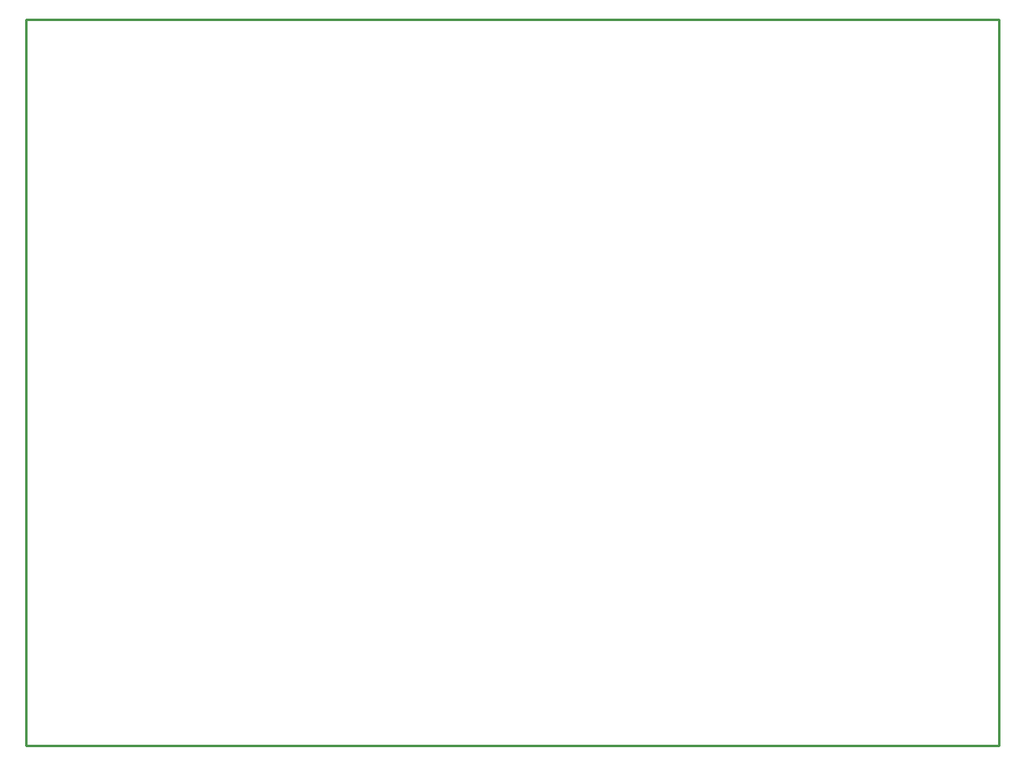
<source format=gbr>
G04 EAGLE Gerber RS-274X export*
G75*
%MOMM*%
%FSLAX34Y34*%
%LPD*%
%IN*%
%IPPOS*%
%AMOC8*
5,1,8,0,0,1.08239X$1,22.5*%
G01*
%ADD10C,0.254000*%


D10*
X0Y0D02*
X1016000Y0D01*
X1016000Y758700D01*
X0Y758700D01*
X0Y0D01*
M02*

</source>
